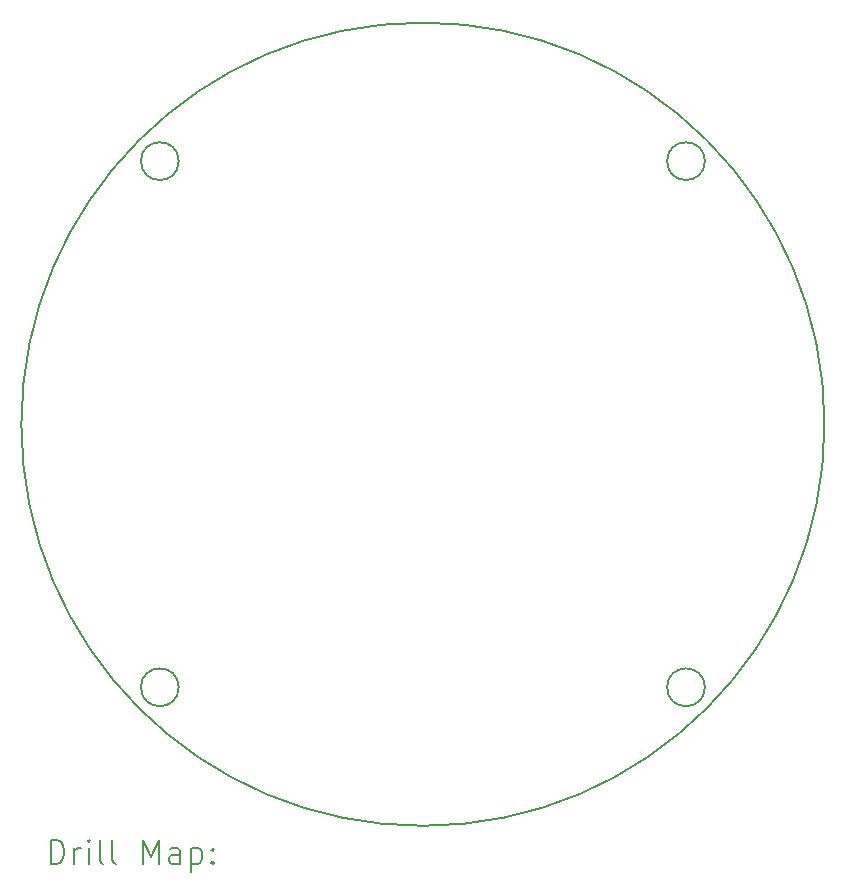
<source format=gbr>
%FSLAX45Y45*%
G04 Gerber Fmt 4.5, Leading zero omitted, Abs format (unit mm)*
G04 Created by KiCad (PCBNEW (6.0.5)) date 2023-03-02 23:20:41*
%MOMM*%
%LPD*%
G01*
G04 APERTURE LIST*
%TA.AperFunction,Profile*%
%ADD10C,0.200000*%
%TD*%
%ADD11C,0.200000*%
G04 APERTURE END LIST*
D10*
X12537614Y-12387386D02*
G75*
G03*
X12537614Y-12387386I-160000J0D01*
G01*
X12537614Y-7932614D02*
G75*
G03*
X12537614Y-7932614I-160000J0D01*
G01*
X16992386Y-7932614D02*
G75*
G03*
X16992386Y-7932614I-160000J0D01*
G01*
X18005000Y-10160000D02*
G75*
G03*
X18005000Y-10160000I-3400000J0D01*
G01*
X16992386Y-12387386D02*
G75*
G03*
X16992386Y-12387386I-160000J0D01*
G01*
D11*
X11452619Y-13880476D02*
X11452619Y-13680476D01*
X11500238Y-13680476D01*
X11528809Y-13690000D01*
X11547857Y-13709048D01*
X11557381Y-13728095D01*
X11566905Y-13766190D01*
X11566905Y-13794762D01*
X11557381Y-13832857D01*
X11547857Y-13851905D01*
X11528809Y-13870952D01*
X11500238Y-13880476D01*
X11452619Y-13880476D01*
X11652619Y-13880476D02*
X11652619Y-13747143D01*
X11652619Y-13785238D02*
X11662143Y-13766190D01*
X11671667Y-13756667D01*
X11690714Y-13747143D01*
X11709762Y-13747143D01*
X11776428Y-13880476D02*
X11776428Y-13747143D01*
X11776428Y-13680476D02*
X11766905Y-13690000D01*
X11776428Y-13699524D01*
X11785952Y-13690000D01*
X11776428Y-13680476D01*
X11776428Y-13699524D01*
X11900238Y-13880476D02*
X11881190Y-13870952D01*
X11871667Y-13851905D01*
X11871667Y-13680476D01*
X12005000Y-13880476D02*
X11985952Y-13870952D01*
X11976428Y-13851905D01*
X11976428Y-13680476D01*
X12233571Y-13880476D02*
X12233571Y-13680476D01*
X12300238Y-13823333D01*
X12366905Y-13680476D01*
X12366905Y-13880476D01*
X12547857Y-13880476D02*
X12547857Y-13775714D01*
X12538333Y-13756667D01*
X12519286Y-13747143D01*
X12481190Y-13747143D01*
X12462143Y-13756667D01*
X12547857Y-13870952D02*
X12528809Y-13880476D01*
X12481190Y-13880476D01*
X12462143Y-13870952D01*
X12452619Y-13851905D01*
X12452619Y-13832857D01*
X12462143Y-13813809D01*
X12481190Y-13804286D01*
X12528809Y-13804286D01*
X12547857Y-13794762D01*
X12643095Y-13747143D02*
X12643095Y-13947143D01*
X12643095Y-13756667D02*
X12662143Y-13747143D01*
X12700238Y-13747143D01*
X12719286Y-13756667D01*
X12728809Y-13766190D01*
X12738333Y-13785238D01*
X12738333Y-13842381D01*
X12728809Y-13861428D01*
X12719286Y-13870952D01*
X12700238Y-13880476D01*
X12662143Y-13880476D01*
X12643095Y-13870952D01*
X12824048Y-13861428D02*
X12833571Y-13870952D01*
X12824048Y-13880476D01*
X12814524Y-13870952D01*
X12824048Y-13861428D01*
X12824048Y-13880476D01*
X12824048Y-13756667D02*
X12833571Y-13766190D01*
X12824048Y-13775714D01*
X12814524Y-13766190D01*
X12824048Y-13756667D01*
X12824048Y-13775714D01*
M02*

</source>
